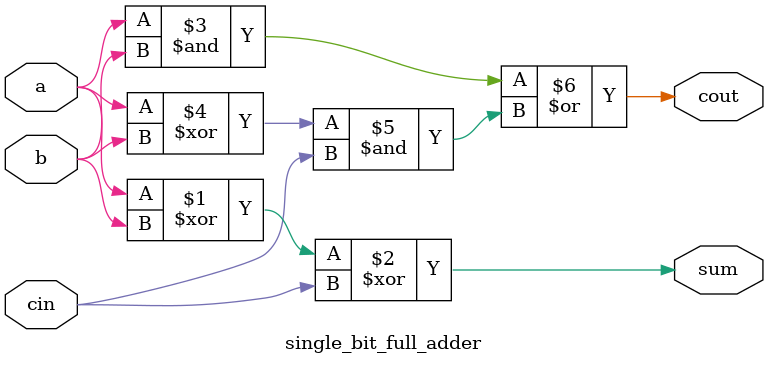
<source format=v>
`timescale 1ns / 1ps
module single_bit_full_adder(
    input a,
    input b,
    input cin,
    output sum,
    output cout
    );
	 assign sum = a^b^cin;
	 assign cout = ((a&b) |  ((a^b) & cin)) ;
endmodule

</source>
